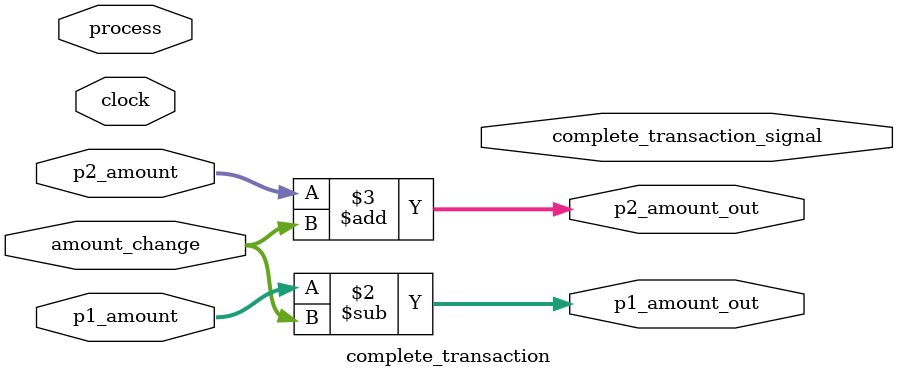
<source format=v>
module complete_transaction(process, p1_amount, p2_amount, amount_change, clock, p1_amount_out, p2_amount_out, complete_transaction_signal);
	input [2:0] process;
	input [7:0] p1_amount, p2_amount;
	input [7:0] amount_change;
	input clock;
	
	output reg [7:0] p1_amount_out, p2_amount_out;
	output reg complete_transaction_signal;
	
	always @(clock)
	begin
		p1_amount_out[7:0] <= p1_amount[7:0] - amount_change;
		p2_amount_out[7:0] <= p2_amount[7:0] + amount_change;
	end
endmodule
</source>
